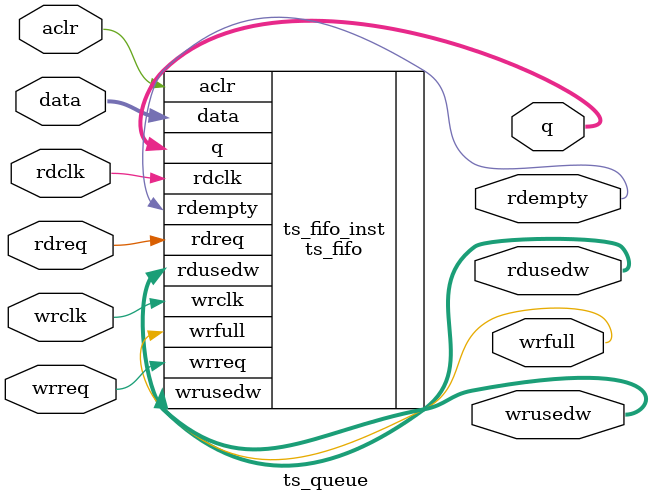
<source format=v>
`timescale 1ns/1ns

module ts_queue (
  input          aclr,
  input	 [ 79:0] data,
  input	         rdclk,
  input	         rdreq,
  input	         wrclk,
  input	         wrreq,
  output [ 79:0] q,
  output         rdempty,
  output [  3:0] rdusedw,
  output         wrfull,
  output [  3:0] wrusedw
);


ts_fifo ts_fifo_inst(
  .aclr(aclr),

  .wrclk(wrclk),
  .wrreq(wrreq),
  .data(data),
  .wrfull(wrfull),
  .wrusedw(wrusedw),

  .rdclk(rdclk),
  .rdreq(rdreq),
  .q(q),
  .rdempty(rdempty),
  .rdusedw(rdusedw)
);



endmodule
</source>
